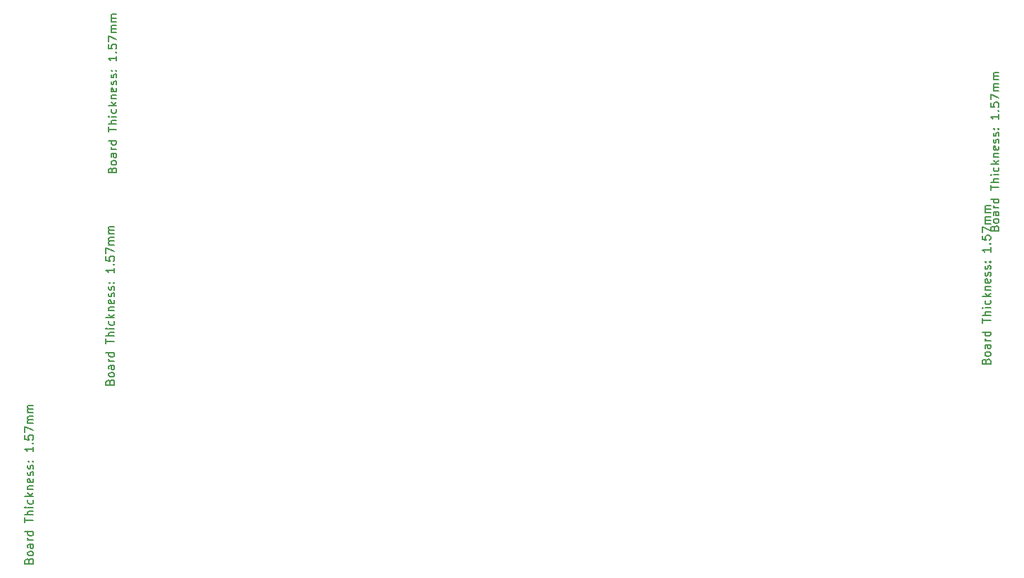
<source format=gbr>
%TF.GenerationSoftware,KiCad,Pcbnew,7.0.7*%
%TF.CreationDate,2023-11-03T16:15:29+00:00*%
%TF.ProjectId,RXLNA,52584c4e-412e-46b6-9963-61645f706362,rev?*%
%TF.SameCoordinates,Original*%
%TF.FileFunction,Other,Comment*%
%FSLAX46Y46*%
G04 Gerber Fmt 4.6, Leading zero omitted, Abs format (unit mm)*
G04 Created by KiCad (PCBNEW 7.0.7) date 2023-11-03 16:15:29*
%MOMM*%
%LPD*%
G01*
G04 APERTURE LIST*
%ADD10C,0.150000*%
G04 APERTURE END LIST*
D10*
X201931009Y-84190476D02*
X201978628Y-84047619D01*
X201978628Y-84047619D02*
X202026247Y-84000000D01*
X202026247Y-84000000D02*
X202121485Y-83952381D01*
X202121485Y-83952381D02*
X202264342Y-83952381D01*
X202264342Y-83952381D02*
X202359580Y-84000000D01*
X202359580Y-84000000D02*
X202407200Y-84047619D01*
X202407200Y-84047619D02*
X202454819Y-84142857D01*
X202454819Y-84142857D02*
X202454819Y-84523809D01*
X202454819Y-84523809D02*
X201454819Y-84523809D01*
X201454819Y-84523809D02*
X201454819Y-84190476D01*
X201454819Y-84190476D02*
X201502438Y-84095238D01*
X201502438Y-84095238D02*
X201550057Y-84047619D01*
X201550057Y-84047619D02*
X201645295Y-84000000D01*
X201645295Y-84000000D02*
X201740533Y-84000000D01*
X201740533Y-84000000D02*
X201835771Y-84047619D01*
X201835771Y-84047619D02*
X201883390Y-84095238D01*
X201883390Y-84095238D02*
X201931009Y-84190476D01*
X201931009Y-84190476D02*
X201931009Y-84523809D01*
X202454819Y-83380952D02*
X202407200Y-83476190D01*
X202407200Y-83476190D02*
X202359580Y-83523809D01*
X202359580Y-83523809D02*
X202264342Y-83571428D01*
X202264342Y-83571428D02*
X201978628Y-83571428D01*
X201978628Y-83571428D02*
X201883390Y-83523809D01*
X201883390Y-83523809D02*
X201835771Y-83476190D01*
X201835771Y-83476190D02*
X201788152Y-83380952D01*
X201788152Y-83380952D02*
X201788152Y-83238095D01*
X201788152Y-83238095D02*
X201835771Y-83142857D01*
X201835771Y-83142857D02*
X201883390Y-83095238D01*
X201883390Y-83095238D02*
X201978628Y-83047619D01*
X201978628Y-83047619D02*
X202264342Y-83047619D01*
X202264342Y-83047619D02*
X202359580Y-83095238D01*
X202359580Y-83095238D02*
X202407200Y-83142857D01*
X202407200Y-83142857D02*
X202454819Y-83238095D01*
X202454819Y-83238095D02*
X202454819Y-83380952D01*
X202454819Y-82190476D02*
X201931009Y-82190476D01*
X201931009Y-82190476D02*
X201835771Y-82238095D01*
X201835771Y-82238095D02*
X201788152Y-82333333D01*
X201788152Y-82333333D02*
X201788152Y-82523809D01*
X201788152Y-82523809D02*
X201835771Y-82619047D01*
X202407200Y-82190476D02*
X202454819Y-82285714D01*
X202454819Y-82285714D02*
X202454819Y-82523809D01*
X202454819Y-82523809D02*
X202407200Y-82619047D01*
X202407200Y-82619047D02*
X202311961Y-82666666D01*
X202311961Y-82666666D02*
X202216723Y-82666666D01*
X202216723Y-82666666D02*
X202121485Y-82619047D01*
X202121485Y-82619047D02*
X202073866Y-82523809D01*
X202073866Y-82523809D02*
X202073866Y-82285714D01*
X202073866Y-82285714D02*
X202026247Y-82190476D01*
X202454819Y-81714285D02*
X201788152Y-81714285D01*
X201978628Y-81714285D02*
X201883390Y-81666666D01*
X201883390Y-81666666D02*
X201835771Y-81619047D01*
X201835771Y-81619047D02*
X201788152Y-81523809D01*
X201788152Y-81523809D02*
X201788152Y-81428571D01*
X202454819Y-80666666D02*
X201454819Y-80666666D01*
X202407200Y-80666666D02*
X202454819Y-80761904D01*
X202454819Y-80761904D02*
X202454819Y-80952380D01*
X202454819Y-80952380D02*
X202407200Y-81047618D01*
X202407200Y-81047618D02*
X202359580Y-81095237D01*
X202359580Y-81095237D02*
X202264342Y-81142856D01*
X202264342Y-81142856D02*
X201978628Y-81142856D01*
X201978628Y-81142856D02*
X201883390Y-81095237D01*
X201883390Y-81095237D02*
X201835771Y-81047618D01*
X201835771Y-81047618D02*
X201788152Y-80952380D01*
X201788152Y-80952380D02*
X201788152Y-80761904D01*
X201788152Y-80761904D02*
X201835771Y-80666666D01*
X201454819Y-79571427D02*
X201454819Y-78999999D01*
X202454819Y-79285713D02*
X201454819Y-79285713D01*
X202454819Y-78666665D02*
X201454819Y-78666665D01*
X202454819Y-78238094D02*
X201931009Y-78238094D01*
X201931009Y-78238094D02*
X201835771Y-78285713D01*
X201835771Y-78285713D02*
X201788152Y-78380951D01*
X201788152Y-78380951D02*
X201788152Y-78523808D01*
X201788152Y-78523808D02*
X201835771Y-78619046D01*
X201835771Y-78619046D02*
X201883390Y-78666665D01*
X202454819Y-77761903D02*
X201788152Y-77761903D01*
X201454819Y-77761903D02*
X201502438Y-77809522D01*
X201502438Y-77809522D02*
X201550057Y-77761903D01*
X201550057Y-77761903D02*
X201502438Y-77714284D01*
X201502438Y-77714284D02*
X201454819Y-77761903D01*
X201454819Y-77761903D02*
X201550057Y-77761903D01*
X202407200Y-76857142D02*
X202454819Y-76952380D01*
X202454819Y-76952380D02*
X202454819Y-77142856D01*
X202454819Y-77142856D02*
X202407200Y-77238094D01*
X202407200Y-77238094D02*
X202359580Y-77285713D01*
X202359580Y-77285713D02*
X202264342Y-77333332D01*
X202264342Y-77333332D02*
X201978628Y-77333332D01*
X201978628Y-77333332D02*
X201883390Y-77285713D01*
X201883390Y-77285713D02*
X201835771Y-77238094D01*
X201835771Y-77238094D02*
X201788152Y-77142856D01*
X201788152Y-77142856D02*
X201788152Y-76952380D01*
X201788152Y-76952380D02*
X201835771Y-76857142D01*
X202454819Y-76428570D02*
X201454819Y-76428570D01*
X202073866Y-76333332D02*
X202454819Y-76047618D01*
X201788152Y-76047618D02*
X202169104Y-76428570D01*
X201788152Y-75619046D02*
X202454819Y-75619046D01*
X201883390Y-75619046D02*
X201835771Y-75571427D01*
X201835771Y-75571427D02*
X201788152Y-75476189D01*
X201788152Y-75476189D02*
X201788152Y-75333332D01*
X201788152Y-75333332D02*
X201835771Y-75238094D01*
X201835771Y-75238094D02*
X201931009Y-75190475D01*
X201931009Y-75190475D02*
X202454819Y-75190475D01*
X202407200Y-74333332D02*
X202454819Y-74428570D01*
X202454819Y-74428570D02*
X202454819Y-74619046D01*
X202454819Y-74619046D02*
X202407200Y-74714284D01*
X202407200Y-74714284D02*
X202311961Y-74761903D01*
X202311961Y-74761903D02*
X201931009Y-74761903D01*
X201931009Y-74761903D02*
X201835771Y-74714284D01*
X201835771Y-74714284D02*
X201788152Y-74619046D01*
X201788152Y-74619046D02*
X201788152Y-74428570D01*
X201788152Y-74428570D02*
X201835771Y-74333332D01*
X201835771Y-74333332D02*
X201931009Y-74285713D01*
X201931009Y-74285713D02*
X202026247Y-74285713D01*
X202026247Y-74285713D02*
X202121485Y-74761903D01*
X202407200Y-73904760D02*
X202454819Y-73809522D01*
X202454819Y-73809522D02*
X202454819Y-73619046D01*
X202454819Y-73619046D02*
X202407200Y-73523808D01*
X202407200Y-73523808D02*
X202311961Y-73476189D01*
X202311961Y-73476189D02*
X202264342Y-73476189D01*
X202264342Y-73476189D02*
X202169104Y-73523808D01*
X202169104Y-73523808D02*
X202121485Y-73619046D01*
X202121485Y-73619046D02*
X202121485Y-73761903D01*
X202121485Y-73761903D02*
X202073866Y-73857141D01*
X202073866Y-73857141D02*
X201978628Y-73904760D01*
X201978628Y-73904760D02*
X201931009Y-73904760D01*
X201931009Y-73904760D02*
X201835771Y-73857141D01*
X201835771Y-73857141D02*
X201788152Y-73761903D01*
X201788152Y-73761903D02*
X201788152Y-73619046D01*
X201788152Y-73619046D02*
X201835771Y-73523808D01*
X202407200Y-73095236D02*
X202454819Y-72999998D01*
X202454819Y-72999998D02*
X202454819Y-72809522D01*
X202454819Y-72809522D02*
X202407200Y-72714284D01*
X202407200Y-72714284D02*
X202311961Y-72666665D01*
X202311961Y-72666665D02*
X202264342Y-72666665D01*
X202264342Y-72666665D02*
X202169104Y-72714284D01*
X202169104Y-72714284D02*
X202121485Y-72809522D01*
X202121485Y-72809522D02*
X202121485Y-72952379D01*
X202121485Y-72952379D02*
X202073866Y-73047617D01*
X202073866Y-73047617D02*
X201978628Y-73095236D01*
X201978628Y-73095236D02*
X201931009Y-73095236D01*
X201931009Y-73095236D02*
X201835771Y-73047617D01*
X201835771Y-73047617D02*
X201788152Y-72952379D01*
X201788152Y-72952379D02*
X201788152Y-72809522D01*
X201788152Y-72809522D02*
X201835771Y-72714284D01*
X202359580Y-72238093D02*
X202407200Y-72190474D01*
X202407200Y-72190474D02*
X202454819Y-72238093D01*
X202454819Y-72238093D02*
X202407200Y-72285712D01*
X202407200Y-72285712D02*
X202359580Y-72238093D01*
X202359580Y-72238093D02*
X202454819Y-72238093D01*
X201835771Y-72238093D02*
X201883390Y-72190474D01*
X201883390Y-72190474D02*
X201931009Y-72238093D01*
X201931009Y-72238093D02*
X201883390Y-72285712D01*
X201883390Y-72285712D02*
X201835771Y-72238093D01*
X201835771Y-72238093D02*
X201931009Y-72238093D01*
X202454819Y-70476189D02*
X202454819Y-71047617D01*
X202454819Y-70761903D02*
X201454819Y-70761903D01*
X201454819Y-70761903D02*
X201597676Y-70857141D01*
X201597676Y-70857141D02*
X201692914Y-70952379D01*
X201692914Y-70952379D02*
X201740533Y-71047617D01*
X202359580Y-70047617D02*
X202407200Y-69999998D01*
X202407200Y-69999998D02*
X202454819Y-70047617D01*
X202454819Y-70047617D02*
X202407200Y-70095236D01*
X202407200Y-70095236D02*
X202359580Y-70047617D01*
X202359580Y-70047617D02*
X202454819Y-70047617D01*
X201454819Y-69095237D02*
X201454819Y-69571427D01*
X201454819Y-69571427D02*
X201931009Y-69619046D01*
X201931009Y-69619046D02*
X201883390Y-69571427D01*
X201883390Y-69571427D02*
X201835771Y-69476189D01*
X201835771Y-69476189D02*
X201835771Y-69238094D01*
X201835771Y-69238094D02*
X201883390Y-69142856D01*
X201883390Y-69142856D02*
X201931009Y-69095237D01*
X201931009Y-69095237D02*
X202026247Y-69047618D01*
X202026247Y-69047618D02*
X202264342Y-69047618D01*
X202264342Y-69047618D02*
X202359580Y-69095237D01*
X202359580Y-69095237D02*
X202407200Y-69142856D01*
X202407200Y-69142856D02*
X202454819Y-69238094D01*
X202454819Y-69238094D02*
X202454819Y-69476189D01*
X202454819Y-69476189D02*
X202407200Y-69571427D01*
X202407200Y-69571427D02*
X202359580Y-69619046D01*
X201454819Y-68714284D02*
X201454819Y-68047618D01*
X201454819Y-68047618D02*
X202454819Y-68476189D01*
X202454819Y-67666665D02*
X201788152Y-67666665D01*
X201883390Y-67666665D02*
X201835771Y-67619046D01*
X201835771Y-67619046D02*
X201788152Y-67523808D01*
X201788152Y-67523808D02*
X201788152Y-67380951D01*
X201788152Y-67380951D02*
X201835771Y-67285713D01*
X201835771Y-67285713D02*
X201931009Y-67238094D01*
X201931009Y-67238094D02*
X202454819Y-67238094D01*
X201931009Y-67238094D02*
X201835771Y-67190475D01*
X201835771Y-67190475D02*
X201788152Y-67095237D01*
X201788152Y-67095237D02*
X201788152Y-66952380D01*
X201788152Y-66952380D02*
X201835771Y-66857141D01*
X201835771Y-66857141D02*
X201931009Y-66809522D01*
X201931009Y-66809522D02*
X202454819Y-66809522D01*
X202454819Y-66333332D02*
X201788152Y-66333332D01*
X201883390Y-66333332D02*
X201835771Y-66285713D01*
X201835771Y-66285713D02*
X201788152Y-66190475D01*
X201788152Y-66190475D02*
X201788152Y-66047618D01*
X201788152Y-66047618D02*
X201835771Y-65952380D01*
X201835771Y-65952380D02*
X201931009Y-65904761D01*
X201931009Y-65904761D02*
X202454819Y-65904761D01*
X201931009Y-65904761D02*
X201835771Y-65857142D01*
X201835771Y-65857142D02*
X201788152Y-65761904D01*
X201788152Y-65761904D02*
X201788152Y-65619047D01*
X201788152Y-65619047D02*
X201835771Y-65523808D01*
X201835771Y-65523808D02*
X201931009Y-65476189D01*
X201931009Y-65476189D02*
X202454819Y-65476189D01*
X95668509Y-102690476D02*
X95716128Y-102547619D01*
X95716128Y-102547619D02*
X95763747Y-102500000D01*
X95763747Y-102500000D02*
X95858985Y-102452381D01*
X95858985Y-102452381D02*
X96001842Y-102452381D01*
X96001842Y-102452381D02*
X96097080Y-102500000D01*
X96097080Y-102500000D02*
X96144700Y-102547619D01*
X96144700Y-102547619D02*
X96192319Y-102642857D01*
X96192319Y-102642857D02*
X96192319Y-103023809D01*
X96192319Y-103023809D02*
X95192319Y-103023809D01*
X95192319Y-103023809D02*
X95192319Y-102690476D01*
X95192319Y-102690476D02*
X95239938Y-102595238D01*
X95239938Y-102595238D02*
X95287557Y-102547619D01*
X95287557Y-102547619D02*
X95382795Y-102500000D01*
X95382795Y-102500000D02*
X95478033Y-102500000D01*
X95478033Y-102500000D02*
X95573271Y-102547619D01*
X95573271Y-102547619D02*
X95620890Y-102595238D01*
X95620890Y-102595238D02*
X95668509Y-102690476D01*
X95668509Y-102690476D02*
X95668509Y-103023809D01*
X96192319Y-101880952D02*
X96144700Y-101976190D01*
X96144700Y-101976190D02*
X96097080Y-102023809D01*
X96097080Y-102023809D02*
X96001842Y-102071428D01*
X96001842Y-102071428D02*
X95716128Y-102071428D01*
X95716128Y-102071428D02*
X95620890Y-102023809D01*
X95620890Y-102023809D02*
X95573271Y-101976190D01*
X95573271Y-101976190D02*
X95525652Y-101880952D01*
X95525652Y-101880952D02*
X95525652Y-101738095D01*
X95525652Y-101738095D02*
X95573271Y-101642857D01*
X95573271Y-101642857D02*
X95620890Y-101595238D01*
X95620890Y-101595238D02*
X95716128Y-101547619D01*
X95716128Y-101547619D02*
X96001842Y-101547619D01*
X96001842Y-101547619D02*
X96097080Y-101595238D01*
X96097080Y-101595238D02*
X96144700Y-101642857D01*
X96144700Y-101642857D02*
X96192319Y-101738095D01*
X96192319Y-101738095D02*
X96192319Y-101880952D01*
X96192319Y-100690476D02*
X95668509Y-100690476D01*
X95668509Y-100690476D02*
X95573271Y-100738095D01*
X95573271Y-100738095D02*
X95525652Y-100833333D01*
X95525652Y-100833333D02*
X95525652Y-101023809D01*
X95525652Y-101023809D02*
X95573271Y-101119047D01*
X96144700Y-100690476D02*
X96192319Y-100785714D01*
X96192319Y-100785714D02*
X96192319Y-101023809D01*
X96192319Y-101023809D02*
X96144700Y-101119047D01*
X96144700Y-101119047D02*
X96049461Y-101166666D01*
X96049461Y-101166666D02*
X95954223Y-101166666D01*
X95954223Y-101166666D02*
X95858985Y-101119047D01*
X95858985Y-101119047D02*
X95811366Y-101023809D01*
X95811366Y-101023809D02*
X95811366Y-100785714D01*
X95811366Y-100785714D02*
X95763747Y-100690476D01*
X96192319Y-100214285D02*
X95525652Y-100214285D01*
X95716128Y-100214285D02*
X95620890Y-100166666D01*
X95620890Y-100166666D02*
X95573271Y-100119047D01*
X95573271Y-100119047D02*
X95525652Y-100023809D01*
X95525652Y-100023809D02*
X95525652Y-99928571D01*
X96192319Y-99166666D02*
X95192319Y-99166666D01*
X96144700Y-99166666D02*
X96192319Y-99261904D01*
X96192319Y-99261904D02*
X96192319Y-99452380D01*
X96192319Y-99452380D02*
X96144700Y-99547618D01*
X96144700Y-99547618D02*
X96097080Y-99595237D01*
X96097080Y-99595237D02*
X96001842Y-99642856D01*
X96001842Y-99642856D02*
X95716128Y-99642856D01*
X95716128Y-99642856D02*
X95620890Y-99595237D01*
X95620890Y-99595237D02*
X95573271Y-99547618D01*
X95573271Y-99547618D02*
X95525652Y-99452380D01*
X95525652Y-99452380D02*
X95525652Y-99261904D01*
X95525652Y-99261904D02*
X95573271Y-99166666D01*
X95192319Y-98071427D02*
X95192319Y-97499999D01*
X96192319Y-97785713D02*
X95192319Y-97785713D01*
X96192319Y-97166665D02*
X95192319Y-97166665D01*
X96192319Y-96738094D02*
X95668509Y-96738094D01*
X95668509Y-96738094D02*
X95573271Y-96785713D01*
X95573271Y-96785713D02*
X95525652Y-96880951D01*
X95525652Y-96880951D02*
X95525652Y-97023808D01*
X95525652Y-97023808D02*
X95573271Y-97119046D01*
X95573271Y-97119046D02*
X95620890Y-97166665D01*
X96192319Y-96261903D02*
X95525652Y-96261903D01*
X95192319Y-96261903D02*
X95239938Y-96309522D01*
X95239938Y-96309522D02*
X95287557Y-96261903D01*
X95287557Y-96261903D02*
X95239938Y-96214284D01*
X95239938Y-96214284D02*
X95192319Y-96261903D01*
X95192319Y-96261903D02*
X95287557Y-96261903D01*
X96144700Y-95357142D02*
X96192319Y-95452380D01*
X96192319Y-95452380D02*
X96192319Y-95642856D01*
X96192319Y-95642856D02*
X96144700Y-95738094D01*
X96144700Y-95738094D02*
X96097080Y-95785713D01*
X96097080Y-95785713D02*
X96001842Y-95833332D01*
X96001842Y-95833332D02*
X95716128Y-95833332D01*
X95716128Y-95833332D02*
X95620890Y-95785713D01*
X95620890Y-95785713D02*
X95573271Y-95738094D01*
X95573271Y-95738094D02*
X95525652Y-95642856D01*
X95525652Y-95642856D02*
X95525652Y-95452380D01*
X95525652Y-95452380D02*
X95573271Y-95357142D01*
X96192319Y-94928570D02*
X95192319Y-94928570D01*
X95811366Y-94833332D02*
X96192319Y-94547618D01*
X95525652Y-94547618D02*
X95906604Y-94928570D01*
X95525652Y-94119046D02*
X96192319Y-94119046D01*
X95620890Y-94119046D02*
X95573271Y-94071427D01*
X95573271Y-94071427D02*
X95525652Y-93976189D01*
X95525652Y-93976189D02*
X95525652Y-93833332D01*
X95525652Y-93833332D02*
X95573271Y-93738094D01*
X95573271Y-93738094D02*
X95668509Y-93690475D01*
X95668509Y-93690475D02*
X96192319Y-93690475D01*
X96144700Y-92833332D02*
X96192319Y-92928570D01*
X96192319Y-92928570D02*
X96192319Y-93119046D01*
X96192319Y-93119046D02*
X96144700Y-93214284D01*
X96144700Y-93214284D02*
X96049461Y-93261903D01*
X96049461Y-93261903D02*
X95668509Y-93261903D01*
X95668509Y-93261903D02*
X95573271Y-93214284D01*
X95573271Y-93214284D02*
X95525652Y-93119046D01*
X95525652Y-93119046D02*
X95525652Y-92928570D01*
X95525652Y-92928570D02*
X95573271Y-92833332D01*
X95573271Y-92833332D02*
X95668509Y-92785713D01*
X95668509Y-92785713D02*
X95763747Y-92785713D01*
X95763747Y-92785713D02*
X95858985Y-93261903D01*
X96144700Y-92404760D02*
X96192319Y-92309522D01*
X96192319Y-92309522D02*
X96192319Y-92119046D01*
X96192319Y-92119046D02*
X96144700Y-92023808D01*
X96144700Y-92023808D02*
X96049461Y-91976189D01*
X96049461Y-91976189D02*
X96001842Y-91976189D01*
X96001842Y-91976189D02*
X95906604Y-92023808D01*
X95906604Y-92023808D02*
X95858985Y-92119046D01*
X95858985Y-92119046D02*
X95858985Y-92261903D01*
X95858985Y-92261903D02*
X95811366Y-92357141D01*
X95811366Y-92357141D02*
X95716128Y-92404760D01*
X95716128Y-92404760D02*
X95668509Y-92404760D01*
X95668509Y-92404760D02*
X95573271Y-92357141D01*
X95573271Y-92357141D02*
X95525652Y-92261903D01*
X95525652Y-92261903D02*
X95525652Y-92119046D01*
X95525652Y-92119046D02*
X95573271Y-92023808D01*
X96144700Y-91595236D02*
X96192319Y-91499998D01*
X96192319Y-91499998D02*
X96192319Y-91309522D01*
X96192319Y-91309522D02*
X96144700Y-91214284D01*
X96144700Y-91214284D02*
X96049461Y-91166665D01*
X96049461Y-91166665D02*
X96001842Y-91166665D01*
X96001842Y-91166665D02*
X95906604Y-91214284D01*
X95906604Y-91214284D02*
X95858985Y-91309522D01*
X95858985Y-91309522D02*
X95858985Y-91452379D01*
X95858985Y-91452379D02*
X95811366Y-91547617D01*
X95811366Y-91547617D02*
X95716128Y-91595236D01*
X95716128Y-91595236D02*
X95668509Y-91595236D01*
X95668509Y-91595236D02*
X95573271Y-91547617D01*
X95573271Y-91547617D02*
X95525652Y-91452379D01*
X95525652Y-91452379D02*
X95525652Y-91309522D01*
X95525652Y-91309522D02*
X95573271Y-91214284D01*
X96097080Y-90738093D02*
X96144700Y-90690474D01*
X96144700Y-90690474D02*
X96192319Y-90738093D01*
X96192319Y-90738093D02*
X96144700Y-90785712D01*
X96144700Y-90785712D02*
X96097080Y-90738093D01*
X96097080Y-90738093D02*
X96192319Y-90738093D01*
X95573271Y-90738093D02*
X95620890Y-90690474D01*
X95620890Y-90690474D02*
X95668509Y-90738093D01*
X95668509Y-90738093D02*
X95620890Y-90785712D01*
X95620890Y-90785712D02*
X95573271Y-90738093D01*
X95573271Y-90738093D02*
X95668509Y-90738093D01*
X96192319Y-88976189D02*
X96192319Y-89547617D01*
X96192319Y-89261903D02*
X95192319Y-89261903D01*
X95192319Y-89261903D02*
X95335176Y-89357141D01*
X95335176Y-89357141D02*
X95430414Y-89452379D01*
X95430414Y-89452379D02*
X95478033Y-89547617D01*
X96097080Y-88547617D02*
X96144700Y-88499998D01*
X96144700Y-88499998D02*
X96192319Y-88547617D01*
X96192319Y-88547617D02*
X96144700Y-88595236D01*
X96144700Y-88595236D02*
X96097080Y-88547617D01*
X96097080Y-88547617D02*
X96192319Y-88547617D01*
X95192319Y-87595237D02*
X95192319Y-88071427D01*
X95192319Y-88071427D02*
X95668509Y-88119046D01*
X95668509Y-88119046D02*
X95620890Y-88071427D01*
X95620890Y-88071427D02*
X95573271Y-87976189D01*
X95573271Y-87976189D02*
X95573271Y-87738094D01*
X95573271Y-87738094D02*
X95620890Y-87642856D01*
X95620890Y-87642856D02*
X95668509Y-87595237D01*
X95668509Y-87595237D02*
X95763747Y-87547618D01*
X95763747Y-87547618D02*
X96001842Y-87547618D01*
X96001842Y-87547618D02*
X96097080Y-87595237D01*
X96097080Y-87595237D02*
X96144700Y-87642856D01*
X96144700Y-87642856D02*
X96192319Y-87738094D01*
X96192319Y-87738094D02*
X96192319Y-87976189D01*
X96192319Y-87976189D02*
X96144700Y-88071427D01*
X96144700Y-88071427D02*
X96097080Y-88119046D01*
X95192319Y-87214284D02*
X95192319Y-86547618D01*
X95192319Y-86547618D02*
X96192319Y-86976189D01*
X96192319Y-86166665D02*
X95525652Y-86166665D01*
X95620890Y-86166665D02*
X95573271Y-86119046D01*
X95573271Y-86119046D02*
X95525652Y-86023808D01*
X95525652Y-86023808D02*
X95525652Y-85880951D01*
X95525652Y-85880951D02*
X95573271Y-85785713D01*
X95573271Y-85785713D02*
X95668509Y-85738094D01*
X95668509Y-85738094D02*
X96192319Y-85738094D01*
X95668509Y-85738094D02*
X95573271Y-85690475D01*
X95573271Y-85690475D02*
X95525652Y-85595237D01*
X95525652Y-85595237D02*
X95525652Y-85452380D01*
X95525652Y-85452380D02*
X95573271Y-85357141D01*
X95573271Y-85357141D02*
X95668509Y-85309522D01*
X95668509Y-85309522D02*
X96192319Y-85309522D01*
X96192319Y-84833332D02*
X95525652Y-84833332D01*
X95620890Y-84833332D02*
X95573271Y-84785713D01*
X95573271Y-84785713D02*
X95525652Y-84690475D01*
X95525652Y-84690475D02*
X95525652Y-84547618D01*
X95525652Y-84547618D02*
X95573271Y-84452380D01*
X95573271Y-84452380D02*
X95668509Y-84404761D01*
X95668509Y-84404761D02*
X96192319Y-84404761D01*
X95668509Y-84404761D02*
X95573271Y-84357142D01*
X95573271Y-84357142D02*
X95525652Y-84261904D01*
X95525652Y-84261904D02*
X95525652Y-84119047D01*
X95525652Y-84119047D02*
X95573271Y-84023808D01*
X95573271Y-84023808D02*
X95668509Y-83976189D01*
X95668509Y-83976189D02*
X96192319Y-83976189D01*
X95931009Y-77190476D02*
X95978628Y-77047619D01*
X95978628Y-77047619D02*
X96026247Y-77000000D01*
X96026247Y-77000000D02*
X96121485Y-76952381D01*
X96121485Y-76952381D02*
X96264342Y-76952381D01*
X96264342Y-76952381D02*
X96359580Y-77000000D01*
X96359580Y-77000000D02*
X96407200Y-77047619D01*
X96407200Y-77047619D02*
X96454819Y-77142857D01*
X96454819Y-77142857D02*
X96454819Y-77523809D01*
X96454819Y-77523809D02*
X95454819Y-77523809D01*
X95454819Y-77523809D02*
X95454819Y-77190476D01*
X95454819Y-77190476D02*
X95502438Y-77095238D01*
X95502438Y-77095238D02*
X95550057Y-77047619D01*
X95550057Y-77047619D02*
X95645295Y-77000000D01*
X95645295Y-77000000D02*
X95740533Y-77000000D01*
X95740533Y-77000000D02*
X95835771Y-77047619D01*
X95835771Y-77047619D02*
X95883390Y-77095238D01*
X95883390Y-77095238D02*
X95931009Y-77190476D01*
X95931009Y-77190476D02*
X95931009Y-77523809D01*
X96454819Y-76380952D02*
X96407200Y-76476190D01*
X96407200Y-76476190D02*
X96359580Y-76523809D01*
X96359580Y-76523809D02*
X96264342Y-76571428D01*
X96264342Y-76571428D02*
X95978628Y-76571428D01*
X95978628Y-76571428D02*
X95883390Y-76523809D01*
X95883390Y-76523809D02*
X95835771Y-76476190D01*
X95835771Y-76476190D02*
X95788152Y-76380952D01*
X95788152Y-76380952D02*
X95788152Y-76238095D01*
X95788152Y-76238095D02*
X95835771Y-76142857D01*
X95835771Y-76142857D02*
X95883390Y-76095238D01*
X95883390Y-76095238D02*
X95978628Y-76047619D01*
X95978628Y-76047619D02*
X96264342Y-76047619D01*
X96264342Y-76047619D02*
X96359580Y-76095238D01*
X96359580Y-76095238D02*
X96407200Y-76142857D01*
X96407200Y-76142857D02*
X96454819Y-76238095D01*
X96454819Y-76238095D02*
X96454819Y-76380952D01*
X96454819Y-75190476D02*
X95931009Y-75190476D01*
X95931009Y-75190476D02*
X95835771Y-75238095D01*
X95835771Y-75238095D02*
X95788152Y-75333333D01*
X95788152Y-75333333D02*
X95788152Y-75523809D01*
X95788152Y-75523809D02*
X95835771Y-75619047D01*
X96407200Y-75190476D02*
X96454819Y-75285714D01*
X96454819Y-75285714D02*
X96454819Y-75523809D01*
X96454819Y-75523809D02*
X96407200Y-75619047D01*
X96407200Y-75619047D02*
X96311961Y-75666666D01*
X96311961Y-75666666D02*
X96216723Y-75666666D01*
X96216723Y-75666666D02*
X96121485Y-75619047D01*
X96121485Y-75619047D02*
X96073866Y-75523809D01*
X96073866Y-75523809D02*
X96073866Y-75285714D01*
X96073866Y-75285714D02*
X96026247Y-75190476D01*
X96454819Y-74714285D02*
X95788152Y-74714285D01*
X95978628Y-74714285D02*
X95883390Y-74666666D01*
X95883390Y-74666666D02*
X95835771Y-74619047D01*
X95835771Y-74619047D02*
X95788152Y-74523809D01*
X95788152Y-74523809D02*
X95788152Y-74428571D01*
X96454819Y-73666666D02*
X95454819Y-73666666D01*
X96407200Y-73666666D02*
X96454819Y-73761904D01*
X96454819Y-73761904D02*
X96454819Y-73952380D01*
X96454819Y-73952380D02*
X96407200Y-74047618D01*
X96407200Y-74047618D02*
X96359580Y-74095237D01*
X96359580Y-74095237D02*
X96264342Y-74142856D01*
X96264342Y-74142856D02*
X95978628Y-74142856D01*
X95978628Y-74142856D02*
X95883390Y-74095237D01*
X95883390Y-74095237D02*
X95835771Y-74047618D01*
X95835771Y-74047618D02*
X95788152Y-73952380D01*
X95788152Y-73952380D02*
X95788152Y-73761904D01*
X95788152Y-73761904D02*
X95835771Y-73666666D01*
X95454819Y-72571427D02*
X95454819Y-71999999D01*
X96454819Y-72285713D02*
X95454819Y-72285713D01*
X96454819Y-71666665D02*
X95454819Y-71666665D01*
X96454819Y-71238094D02*
X95931009Y-71238094D01*
X95931009Y-71238094D02*
X95835771Y-71285713D01*
X95835771Y-71285713D02*
X95788152Y-71380951D01*
X95788152Y-71380951D02*
X95788152Y-71523808D01*
X95788152Y-71523808D02*
X95835771Y-71619046D01*
X95835771Y-71619046D02*
X95883390Y-71666665D01*
X96454819Y-70761903D02*
X95788152Y-70761903D01*
X95454819Y-70761903D02*
X95502438Y-70809522D01*
X95502438Y-70809522D02*
X95550057Y-70761903D01*
X95550057Y-70761903D02*
X95502438Y-70714284D01*
X95502438Y-70714284D02*
X95454819Y-70761903D01*
X95454819Y-70761903D02*
X95550057Y-70761903D01*
X96407200Y-69857142D02*
X96454819Y-69952380D01*
X96454819Y-69952380D02*
X96454819Y-70142856D01*
X96454819Y-70142856D02*
X96407200Y-70238094D01*
X96407200Y-70238094D02*
X96359580Y-70285713D01*
X96359580Y-70285713D02*
X96264342Y-70333332D01*
X96264342Y-70333332D02*
X95978628Y-70333332D01*
X95978628Y-70333332D02*
X95883390Y-70285713D01*
X95883390Y-70285713D02*
X95835771Y-70238094D01*
X95835771Y-70238094D02*
X95788152Y-70142856D01*
X95788152Y-70142856D02*
X95788152Y-69952380D01*
X95788152Y-69952380D02*
X95835771Y-69857142D01*
X96454819Y-69428570D02*
X95454819Y-69428570D01*
X96073866Y-69333332D02*
X96454819Y-69047618D01*
X95788152Y-69047618D02*
X96169104Y-69428570D01*
X95788152Y-68619046D02*
X96454819Y-68619046D01*
X95883390Y-68619046D02*
X95835771Y-68571427D01*
X95835771Y-68571427D02*
X95788152Y-68476189D01*
X95788152Y-68476189D02*
X95788152Y-68333332D01*
X95788152Y-68333332D02*
X95835771Y-68238094D01*
X95835771Y-68238094D02*
X95931009Y-68190475D01*
X95931009Y-68190475D02*
X96454819Y-68190475D01*
X96407200Y-67333332D02*
X96454819Y-67428570D01*
X96454819Y-67428570D02*
X96454819Y-67619046D01*
X96454819Y-67619046D02*
X96407200Y-67714284D01*
X96407200Y-67714284D02*
X96311961Y-67761903D01*
X96311961Y-67761903D02*
X95931009Y-67761903D01*
X95931009Y-67761903D02*
X95835771Y-67714284D01*
X95835771Y-67714284D02*
X95788152Y-67619046D01*
X95788152Y-67619046D02*
X95788152Y-67428570D01*
X95788152Y-67428570D02*
X95835771Y-67333332D01*
X95835771Y-67333332D02*
X95931009Y-67285713D01*
X95931009Y-67285713D02*
X96026247Y-67285713D01*
X96026247Y-67285713D02*
X96121485Y-67761903D01*
X96407200Y-66904760D02*
X96454819Y-66809522D01*
X96454819Y-66809522D02*
X96454819Y-66619046D01*
X96454819Y-66619046D02*
X96407200Y-66523808D01*
X96407200Y-66523808D02*
X96311961Y-66476189D01*
X96311961Y-66476189D02*
X96264342Y-66476189D01*
X96264342Y-66476189D02*
X96169104Y-66523808D01*
X96169104Y-66523808D02*
X96121485Y-66619046D01*
X96121485Y-66619046D02*
X96121485Y-66761903D01*
X96121485Y-66761903D02*
X96073866Y-66857141D01*
X96073866Y-66857141D02*
X95978628Y-66904760D01*
X95978628Y-66904760D02*
X95931009Y-66904760D01*
X95931009Y-66904760D02*
X95835771Y-66857141D01*
X95835771Y-66857141D02*
X95788152Y-66761903D01*
X95788152Y-66761903D02*
X95788152Y-66619046D01*
X95788152Y-66619046D02*
X95835771Y-66523808D01*
X96407200Y-66095236D02*
X96454819Y-65999998D01*
X96454819Y-65999998D02*
X96454819Y-65809522D01*
X96454819Y-65809522D02*
X96407200Y-65714284D01*
X96407200Y-65714284D02*
X96311961Y-65666665D01*
X96311961Y-65666665D02*
X96264342Y-65666665D01*
X96264342Y-65666665D02*
X96169104Y-65714284D01*
X96169104Y-65714284D02*
X96121485Y-65809522D01*
X96121485Y-65809522D02*
X96121485Y-65952379D01*
X96121485Y-65952379D02*
X96073866Y-66047617D01*
X96073866Y-66047617D02*
X95978628Y-66095236D01*
X95978628Y-66095236D02*
X95931009Y-66095236D01*
X95931009Y-66095236D02*
X95835771Y-66047617D01*
X95835771Y-66047617D02*
X95788152Y-65952379D01*
X95788152Y-65952379D02*
X95788152Y-65809522D01*
X95788152Y-65809522D02*
X95835771Y-65714284D01*
X96359580Y-65238093D02*
X96407200Y-65190474D01*
X96407200Y-65190474D02*
X96454819Y-65238093D01*
X96454819Y-65238093D02*
X96407200Y-65285712D01*
X96407200Y-65285712D02*
X96359580Y-65238093D01*
X96359580Y-65238093D02*
X96454819Y-65238093D01*
X95835771Y-65238093D02*
X95883390Y-65190474D01*
X95883390Y-65190474D02*
X95931009Y-65238093D01*
X95931009Y-65238093D02*
X95883390Y-65285712D01*
X95883390Y-65285712D02*
X95835771Y-65238093D01*
X95835771Y-65238093D02*
X95931009Y-65238093D01*
X96454819Y-63476189D02*
X96454819Y-64047617D01*
X96454819Y-63761903D02*
X95454819Y-63761903D01*
X95454819Y-63761903D02*
X95597676Y-63857141D01*
X95597676Y-63857141D02*
X95692914Y-63952379D01*
X95692914Y-63952379D02*
X95740533Y-64047617D01*
X96359580Y-63047617D02*
X96407200Y-62999998D01*
X96407200Y-62999998D02*
X96454819Y-63047617D01*
X96454819Y-63047617D02*
X96407200Y-63095236D01*
X96407200Y-63095236D02*
X96359580Y-63047617D01*
X96359580Y-63047617D02*
X96454819Y-63047617D01*
X95454819Y-62095237D02*
X95454819Y-62571427D01*
X95454819Y-62571427D02*
X95931009Y-62619046D01*
X95931009Y-62619046D02*
X95883390Y-62571427D01*
X95883390Y-62571427D02*
X95835771Y-62476189D01*
X95835771Y-62476189D02*
X95835771Y-62238094D01*
X95835771Y-62238094D02*
X95883390Y-62142856D01*
X95883390Y-62142856D02*
X95931009Y-62095237D01*
X95931009Y-62095237D02*
X96026247Y-62047618D01*
X96026247Y-62047618D02*
X96264342Y-62047618D01*
X96264342Y-62047618D02*
X96359580Y-62095237D01*
X96359580Y-62095237D02*
X96407200Y-62142856D01*
X96407200Y-62142856D02*
X96454819Y-62238094D01*
X96454819Y-62238094D02*
X96454819Y-62476189D01*
X96454819Y-62476189D02*
X96407200Y-62571427D01*
X96407200Y-62571427D02*
X96359580Y-62619046D01*
X95454819Y-61714284D02*
X95454819Y-61047618D01*
X95454819Y-61047618D02*
X96454819Y-61476189D01*
X96454819Y-60666665D02*
X95788152Y-60666665D01*
X95883390Y-60666665D02*
X95835771Y-60619046D01*
X95835771Y-60619046D02*
X95788152Y-60523808D01*
X95788152Y-60523808D02*
X95788152Y-60380951D01*
X95788152Y-60380951D02*
X95835771Y-60285713D01*
X95835771Y-60285713D02*
X95931009Y-60238094D01*
X95931009Y-60238094D02*
X96454819Y-60238094D01*
X95931009Y-60238094D02*
X95835771Y-60190475D01*
X95835771Y-60190475D02*
X95788152Y-60095237D01*
X95788152Y-60095237D02*
X95788152Y-59952380D01*
X95788152Y-59952380D02*
X95835771Y-59857141D01*
X95835771Y-59857141D02*
X95931009Y-59809522D01*
X95931009Y-59809522D02*
X96454819Y-59809522D01*
X96454819Y-59333332D02*
X95788152Y-59333332D01*
X95883390Y-59333332D02*
X95835771Y-59285713D01*
X95835771Y-59285713D02*
X95788152Y-59190475D01*
X95788152Y-59190475D02*
X95788152Y-59047618D01*
X95788152Y-59047618D02*
X95835771Y-58952380D01*
X95835771Y-58952380D02*
X95931009Y-58904761D01*
X95931009Y-58904761D02*
X96454819Y-58904761D01*
X95931009Y-58904761D02*
X95835771Y-58857142D01*
X95835771Y-58857142D02*
X95788152Y-58761904D01*
X95788152Y-58761904D02*
X95788152Y-58619047D01*
X95788152Y-58619047D02*
X95835771Y-58523808D01*
X95835771Y-58523808D02*
X95931009Y-58476189D01*
X95931009Y-58476189D02*
X96454819Y-58476189D01*
X200931009Y-100190476D02*
X200978628Y-100047619D01*
X200978628Y-100047619D02*
X201026247Y-100000000D01*
X201026247Y-100000000D02*
X201121485Y-99952381D01*
X201121485Y-99952381D02*
X201264342Y-99952381D01*
X201264342Y-99952381D02*
X201359580Y-100000000D01*
X201359580Y-100000000D02*
X201407200Y-100047619D01*
X201407200Y-100047619D02*
X201454819Y-100142857D01*
X201454819Y-100142857D02*
X201454819Y-100523809D01*
X201454819Y-100523809D02*
X200454819Y-100523809D01*
X200454819Y-100523809D02*
X200454819Y-100190476D01*
X200454819Y-100190476D02*
X200502438Y-100095238D01*
X200502438Y-100095238D02*
X200550057Y-100047619D01*
X200550057Y-100047619D02*
X200645295Y-100000000D01*
X200645295Y-100000000D02*
X200740533Y-100000000D01*
X200740533Y-100000000D02*
X200835771Y-100047619D01*
X200835771Y-100047619D02*
X200883390Y-100095238D01*
X200883390Y-100095238D02*
X200931009Y-100190476D01*
X200931009Y-100190476D02*
X200931009Y-100523809D01*
X201454819Y-99380952D02*
X201407200Y-99476190D01*
X201407200Y-99476190D02*
X201359580Y-99523809D01*
X201359580Y-99523809D02*
X201264342Y-99571428D01*
X201264342Y-99571428D02*
X200978628Y-99571428D01*
X200978628Y-99571428D02*
X200883390Y-99523809D01*
X200883390Y-99523809D02*
X200835771Y-99476190D01*
X200835771Y-99476190D02*
X200788152Y-99380952D01*
X200788152Y-99380952D02*
X200788152Y-99238095D01*
X200788152Y-99238095D02*
X200835771Y-99142857D01*
X200835771Y-99142857D02*
X200883390Y-99095238D01*
X200883390Y-99095238D02*
X200978628Y-99047619D01*
X200978628Y-99047619D02*
X201264342Y-99047619D01*
X201264342Y-99047619D02*
X201359580Y-99095238D01*
X201359580Y-99095238D02*
X201407200Y-99142857D01*
X201407200Y-99142857D02*
X201454819Y-99238095D01*
X201454819Y-99238095D02*
X201454819Y-99380952D01*
X201454819Y-98190476D02*
X200931009Y-98190476D01*
X200931009Y-98190476D02*
X200835771Y-98238095D01*
X200835771Y-98238095D02*
X200788152Y-98333333D01*
X200788152Y-98333333D02*
X200788152Y-98523809D01*
X200788152Y-98523809D02*
X200835771Y-98619047D01*
X201407200Y-98190476D02*
X201454819Y-98285714D01*
X201454819Y-98285714D02*
X201454819Y-98523809D01*
X201454819Y-98523809D02*
X201407200Y-98619047D01*
X201407200Y-98619047D02*
X201311961Y-98666666D01*
X201311961Y-98666666D02*
X201216723Y-98666666D01*
X201216723Y-98666666D02*
X201121485Y-98619047D01*
X201121485Y-98619047D02*
X201073866Y-98523809D01*
X201073866Y-98523809D02*
X201073866Y-98285714D01*
X201073866Y-98285714D02*
X201026247Y-98190476D01*
X201454819Y-97714285D02*
X200788152Y-97714285D01*
X200978628Y-97714285D02*
X200883390Y-97666666D01*
X200883390Y-97666666D02*
X200835771Y-97619047D01*
X200835771Y-97619047D02*
X200788152Y-97523809D01*
X200788152Y-97523809D02*
X200788152Y-97428571D01*
X201454819Y-96666666D02*
X200454819Y-96666666D01*
X201407200Y-96666666D02*
X201454819Y-96761904D01*
X201454819Y-96761904D02*
X201454819Y-96952380D01*
X201454819Y-96952380D02*
X201407200Y-97047618D01*
X201407200Y-97047618D02*
X201359580Y-97095237D01*
X201359580Y-97095237D02*
X201264342Y-97142856D01*
X201264342Y-97142856D02*
X200978628Y-97142856D01*
X200978628Y-97142856D02*
X200883390Y-97095237D01*
X200883390Y-97095237D02*
X200835771Y-97047618D01*
X200835771Y-97047618D02*
X200788152Y-96952380D01*
X200788152Y-96952380D02*
X200788152Y-96761904D01*
X200788152Y-96761904D02*
X200835771Y-96666666D01*
X200454819Y-95571427D02*
X200454819Y-94999999D01*
X201454819Y-95285713D02*
X200454819Y-95285713D01*
X201454819Y-94666665D02*
X200454819Y-94666665D01*
X201454819Y-94238094D02*
X200931009Y-94238094D01*
X200931009Y-94238094D02*
X200835771Y-94285713D01*
X200835771Y-94285713D02*
X200788152Y-94380951D01*
X200788152Y-94380951D02*
X200788152Y-94523808D01*
X200788152Y-94523808D02*
X200835771Y-94619046D01*
X200835771Y-94619046D02*
X200883390Y-94666665D01*
X201454819Y-93761903D02*
X200788152Y-93761903D01*
X200454819Y-93761903D02*
X200502438Y-93809522D01*
X200502438Y-93809522D02*
X200550057Y-93761903D01*
X200550057Y-93761903D02*
X200502438Y-93714284D01*
X200502438Y-93714284D02*
X200454819Y-93761903D01*
X200454819Y-93761903D02*
X200550057Y-93761903D01*
X201407200Y-92857142D02*
X201454819Y-92952380D01*
X201454819Y-92952380D02*
X201454819Y-93142856D01*
X201454819Y-93142856D02*
X201407200Y-93238094D01*
X201407200Y-93238094D02*
X201359580Y-93285713D01*
X201359580Y-93285713D02*
X201264342Y-93333332D01*
X201264342Y-93333332D02*
X200978628Y-93333332D01*
X200978628Y-93333332D02*
X200883390Y-93285713D01*
X200883390Y-93285713D02*
X200835771Y-93238094D01*
X200835771Y-93238094D02*
X200788152Y-93142856D01*
X200788152Y-93142856D02*
X200788152Y-92952380D01*
X200788152Y-92952380D02*
X200835771Y-92857142D01*
X201454819Y-92428570D02*
X200454819Y-92428570D01*
X201073866Y-92333332D02*
X201454819Y-92047618D01*
X200788152Y-92047618D02*
X201169104Y-92428570D01*
X200788152Y-91619046D02*
X201454819Y-91619046D01*
X200883390Y-91619046D02*
X200835771Y-91571427D01*
X200835771Y-91571427D02*
X200788152Y-91476189D01*
X200788152Y-91476189D02*
X200788152Y-91333332D01*
X200788152Y-91333332D02*
X200835771Y-91238094D01*
X200835771Y-91238094D02*
X200931009Y-91190475D01*
X200931009Y-91190475D02*
X201454819Y-91190475D01*
X201407200Y-90333332D02*
X201454819Y-90428570D01*
X201454819Y-90428570D02*
X201454819Y-90619046D01*
X201454819Y-90619046D02*
X201407200Y-90714284D01*
X201407200Y-90714284D02*
X201311961Y-90761903D01*
X201311961Y-90761903D02*
X200931009Y-90761903D01*
X200931009Y-90761903D02*
X200835771Y-90714284D01*
X200835771Y-90714284D02*
X200788152Y-90619046D01*
X200788152Y-90619046D02*
X200788152Y-90428570D01*
X200788152Y-90428570D02*
X200835771Y-90333332D01*
X200835771Y-90333332D02*
X200931009Y-90285713D01*
X200931009Y-90285713D02*
X201026247Y-90285713D01*
X201026247Y-90285713D02*
X201121485Y-90761903D01*
X201407200Y-89904760D02*
X201454819Y-89809522D01*
X201454819Y-89809522D02*
X201454819Y-89619046D01*
X201454819Y-89619046D02*
X201407200Y-89523808D01*
X201407200Y-89523808D02*
X201311961Y-89476189D01*
X201311961Y-89476189D02*
X201264342Y-89476189D01*
X201264342Y-89476189D02*
X201169104Y-89523808D01*
X201169104Y-89523808D02*
X201121485Y-89619046D01*
X201121485Y-89619046D02*
X201121485Y-89761903D01*
X201121485Y-89761903D02*
X201073866Y-89857141D01*
X201073866Y-89857141D02*
X200978628Y-89904760D01*
X200978628Y-89904760D02*
X200931009Y-89904760D01*
X200931009Y-89904760D02*
X200835771Y-89857141D01*
X200835771Y-89857141D02*
X200788152Y-89761903D01*
X200788152Y-89761903D02*
X200788152Y-89619046D01*
X200788152Y-89619046D02*
X200835771Y-89523808D01*
X201407200Y-89095236D02*
X201454819Y-88999998D01*
X201454819Y-88999998D02*
X201454819Y-88809522D01*
X201454819Y-88809522D02*
X201407200Y-88714284D01*
X201407200Y-88714284D02*
X201311961Y-88666665D01*
X201311961Y-88666665D02*
X201264342Y-88666665D01*
X201264342Y-88666665D02*
X201169104Y-88714284D01*
X201169104Y-88714284D02*
X201121485Y-88809522D01*
X201121485Y-88809522D02*
X201121485Y-88952379D01*
X201121485Y-88952379D02*
X201073866Y-89047617D01*
X201073866Y-89047617D02*
X200978628Y-89095236D01*
X200978628Y-89095236D02*
X200931009Y-89095236D01*
X200931009Y-89095236D02*
X200835771Y-89047617D01*
X200835771Y-89047617D02*
X200788152Y-88952379D01*
X200788152Y-88952379D02*
X200788152Y-88809522D01*
X200788152Y-88809522D02*
X200835771Y-88714284D01*
X201359580Y-88238093D02*
X201407200Y-88190474D01*
X201407200Y-88190474D02*
X201454819Y-88238093D01*
X201454819Y-88238093D02*
X201407200Y-88285712D01*
X201407200Y-88285712D02*
X201359580Y-88238093D01*
X201359580Y-88238093D02*
X201454819Y-88238093D01*
X200835771Y-88238093D02*
X200883390Y-88190474D01*
X200883390Y-88190474D02*
X200931009Y-88238093D01*
X200931009Y-88238093D02*
X200883390Y-88285712D01*
X200883390Y-88285712D02*
X200835771Y-88238093D01*
X200835771Y-88238093D02*
X200931009Y-88238093D01*
X201454819Y-86476189D02*
X201454819Y-87047617D01*
X201454819Y-86761903D02*
X200454819Y-86761903D01*
X200454819Y-86761903D02*
X200597676Y-86857141D01*
X200597676Y-86857141D02*
X200692914Y-86952379D01*
X200692914Y-86952379D02*
X200740533Y-87047617D01*
X201359580Y-86047617D02*
X201407200Y-85999998D01*
X201407200Y-85999998D02*
X201454819Y-86047617D01*
X201454819Y-86047617D02*
X201407200Y-86095236D01*
X201407200Y-86095236D02*
X201359580Y-86047617D01*
X201359580Y-86047617D02*
X201454819Y-86047617D01*
X200454819Y-85095237D02*
X200454819Y-85571427D01*
X200454819Y-85571427D02*
X200931009Y-85619046D01*
X200931009Y-85619046D02*
X200883390Y-85571427D01*
X200883390Y-85571427D02*
X200835771Y-85476189D01*
X200835771Y-85476189D02*
X200835771Y-85238094D01*
X200835771Y-85238094D02*
X200883390Y-85142856D01*
X200883390Y-85142856D02*
X200931009Y-85095237D01*
X200931009Y-85095237D02*
X201026247Y-85047618D01*
X201026247Y-85047618D02*
X201264342Y-85047618D01*
X201264342Y-85047618D02*
X201359580Y-85095237D01*
X201359580Y-85095237D02*
X201407200Y-85142856D01*
X201407200Y-85142856D02*
X201454819Y-85238094D01*
X201454819Y-85238094D02*
X201454819Y-85476189D01*
X201454819Y-85476189D02*
X201407200Y-85571427D01*
X201407200Y-85571427D02*
X201359580Y-85619046D01*
X200454819Y-84714284D02*
X200454819Y-84047618D01*
X200454819Y-84047618D02*
X201454819Y-84476189D01*
X201454819Y-83666665D02*
X200788152Y-83666665D01*
X200883390Y-83666665D02*
X200835771Y-83619046D01*
X200835771Y-83619046D02*
X200788152Y-83523808D01*
X200788152Y-83523808D02*
X200788152Y-83380951D01*
X200788152Y-83380951D02*
X200835771Y-83285713D01*
X200835771Y-83285713D02*
X200931009Y-83238094D01*
X200931009Y-83238094D02*
X201454819Y-83238094D01*
X200931009Y-83238094D02*
X200835771Y-83190475D01*
X200835771Y-83190475D02*
X200788152Y-83095237D01*
X200788152Y-83095237D02*
X200788152Y-82952380D01*
X200788152Y-82952380D02*
X200835771Y-82857141D01*
X200835771Y-82857141D02*
X200931009Y-82809522D01*
X200931009Y-82809522D02*
X201454819Y-82809522D01*
X201454819Y-82333332D02*
X200788152Y-82333332D01*
X200883390Y-82333332D02*
X200835771Y-82285713D01*
X200835771Y-82285713D02*
X200788152Y-82190475D01*
X200788152Y-82190475D02*
X200788152Y-82047618D01*
X200788152Y-82047618D02*
X200835771Y-81952380D01*
X200835771Y-81952380D02*
X200931009Y-81904761D01*
X200931009Y-81904761D02*
X201454819Y-81904761D01*
X200931009Y-81904761D02*
X200835771Y-81857142D01*
X200835771Y-81857142D02*
X200788152Y-81761904D01*
X200788152Y-81761904D02*
X200788152Y-81619047D01*
X200788152Y-81619047D02*
X200835771Y-81523808D01*
X200835771Y-81523808D02*
X200931009Y-81476189D01*
X200931009Y-81476189D02*
X201454819Y-81476189D01*
X85931009Y-124190476D02*
X85978628Y-124047619D01*
X85978628Y-124047619D02*
X86026247Y-124000000D01*
X86026247Y-124000000D02*
X86121485Y-123952381D01*
X86121485Y-123952381D02*
X86264342Y-123952381D01*
X86264342Y-123952381D02*
X86359580Y-124000000D01*
X86359580Y-124000000D02*
X86407200Y-124047619D01*
X86407200Y-124047619D02*
X86454819Y-124142857D01*
X86454819Y-124142857D02*
X86454819Y-124523809D01*
X86454819Y-124523809D02*
X85454819Y-124523809D01*
X85454819Y-124523809D02*
X85454819Y-124190476D01*
X85454819Y-124190476D02*
X85502438Y-124095238D01*
X85502438Y-124095238D02*
X85550057Y-124047619D01*
X85550057Y-124047619D02*
X85645295Y-124000000D01*
X85645295Y-124000000D02*
X85740533Y-124000000D01*
X85740533Y-124000000D02*
X85835771Y-124047619D01*
X85835771Y-124047619D02*
X85883390Y-124095238D01*
X85883390Y-124095238D02*
X85931009Y-124190476D01*
X85931009Y-124190476D02*
X85931009Y-124523809D01*
X86454819Y-123380952D02*
X86407200Y-123476190D01*
X86407200Y-123476190D02*
X86359580Y-123523809D01*
X86359580Y-123523809D02*
X86264342Y-123571428D01*
X86264342Y-123571428D02*
X85978628Y-123571428D01*
X85978628Y-123571428D02*
X85883390Y-123523809D01*
X85883390Y-123523809D02*
X85835771Y-123476190D01*
X85835771Y-123476190D02*
X85788152Y-123380952D01*
X85788152Y-123380952D02*
X85788152Y-123238095D01*
X85788152Y-123238095D02*
X85835771Y-123142857D01*
X85835771Y-123142857D02*
X85883390Y-123095238D01*
X85883390Y-123095238D02*
X85978628Y-123047619D01*
X85978628Y-123047619D02*
X86264342Y-123047619D01*
X86264342Y-123047619D02*
X86359580Y-123095238D01*
X86359580Y-123095238D02*
X86407200Y-123142857D01*
X86407200Y-123142857D02*
X86454819Y-123238095D01*
X86454819Y-123238095D02*
X86454819Y-123380952D01*
X86454819Y-122190476D02*
X85931009Y-122190476D01*
X85931009Y-122190476D02*
X85835771Y-122238095D01*
X85835771Y-122238095D02*
X85788152Y-122333333D01*
X85788152Y-122333333D02*
X85788152Y-122523809D01*
X85788152Y-122523809D02*
X85835771Y-122619047D01*
X86407200Y-122190476D02*
X86454819Y-122285714D01*
X86454819Y-122285714D02*
X86454819Y-122523809D01*
X86454819Y-122523809D02*
X86407200Y-122619047D01*
X86407200Y-122619047D02*
X86311961Y-122666666D01*
X86311961Y-122666666D02*
X86216723Y-122666666D01*
X86216723Y-122666666D02*
X86121485Y-122619047D01*
X86121485Y-122619047D02*
X86073866Y-122523809D01*
X86073866Y-122523809D02*
X86073866Y-122285714D01*
X86073866Y-122285714D02*
X86026247Y-122190476D01*
X86454819Y-121714285D02*
X85788152Y-121714285D01*
X85978628Y-121714285D02*
X85883390Y-121666666D01*
X85883390Y-121666666D02*
X85835771Y-121619047D01*
X85835771Y-121619047D02*
X85788152Y-121523809D01*
X85788152Y-121523809D02*
X85788152Y-121428571D01*
X86454819Y-120666666D02*
X85454819Y-120666666D01*
X86407200Y-120666666D02*
X86454819Y-120761904D01*
X86454819Y-120761904D02*
X86454819Y-120952380D01*
X86454819Y-120952380D02*
X86407200Y-121047618D01*
X86407200Y-121047618D02*
X86359580Y-121095237D01*
X86359580Y-121095237D02*
X86264342Y-121142856D01*
X86264342Y-121142856D02*
X85978628Y-121142856D01*
X85978628Y-121142856D02*
X85883390Y-121095237D01*
X85883390Y-121095237D02*
X85835771Y-121047618D01*
X85835771Y-121047618D02*
X85788152Y-120952380D01*
X85788152Y-120952380D02*
X85788152Y-120761904D01*
X85788152Y-120761904D02*
X85835771Y-120666666D01*
X85454819Y-119571427D02*
X85454819Y-118999999D01*
X86454819Y-119285713D02*
X85454819Y-119285713D01*
X86454819Y-118666665D02*
X85454819Y-118666665D01*
X86454819Y-118238094D02*
X85931009Y-118238094D01*
X85931009Y-118238094D02*
X85835771Y-118285713D01*
X85835771Y-118285713D02*
X85788152Y-118380951D01*
X85788152Y-118380951D02*
X85788152Y-118523808D01*
X85788152Y-118523808D02*
X85835771Y-118619046D01*
X85835771Y-118619046D02*
X85883390Y-118666665D01*
X86454819Y-117761903D02*
X85788152Y-117761903D01*
X85454819Y-117761903D02*
X85502438Y-117809522D01*
X85502438Y-117809522D02*
X85550057Y-117761903D01*
X85550057Y-117761903D02*
X85502438Y-117714284D01*
X85502438Y-117714284D02*
X85454819Y-117761903D01*
X85454819Y-117761903D02*
X85550057Y-117761903D01*
X86407200Y-116857142D02*
X86454819Y-116952380D01*
X86454819Y-116952380D02*
X86454819Y-117142856D01*
X86454819Y-117142856D02*
X86407200Y-117238094D01*
X86407200Y-117238094D02*
X86359580Y-117285713D01*
X86359580Y-117285713D02*
X86264342Y-117333332D01*
X86264342Y-117333332D02*
X85978628Y-117333332D01*
X85978628Y-117333332D02*
X85883390Y-117285713D01*
X85883390Y-117285713D02*
X85835771Y-117238094D01*
X85835771Y-117238094D02*
X85788152Y-117142856D01*
X85788152Y-117142856D02*
X85788152Y-116952380D01*
X85788152Y-116952380D02*
X85835771Y-116857142D01*
X86454819Y-116428570D02*
X85454819Y-116428570D01*
X86073866Y-116333332D02*
X86454819Y-116047618D01*
X85788152Y-116047618D02*
X86169104Y-116428570D01*
X85788152Y-115619046D02*
X86454819Y-115619046D01*
X85883390Y-115619046D02*
X85835771Y-115571427D01*
X85835771Y-115571427D02*
X85788152Y-115476189D01*
X85788152Y-115476189D02*
X85788152Y-115333332D01*
X85788152Y-115333332D02*
X85835771Y-115238094D01*
X85835771Y-115238094D02*
X85931009Y-115190475D01*
X85931009Y-115190475D02*
X86454819Y-115190475D01*
X86407200Y-114333332D02*
X86454819Y-114428570D01*
X86454819Y-114428570D02*
X86454819Y-114619046D01*
X86454819Y-114619046D02*
X86407200Y-114714284D01*
X86407200Y-114714284D02*
X86311961Y-114761903D01*
X86311961Y-114761903D02*
X85931009Y-114761903D01*
X85931009Y-114761903D02*
X85835771Y-114714284D01*
X85835771Y-114714284D02*
X85788152Y-114619046D01*
X85788152Y-114619046D02*
X85788152Y-114428570D01*
X85788152Y-114428570D02*
X85835771Y-114333332D01*
X85835771Y-114333332D02*
X85931009Y-114285713D01*
X85931009Y-114285713D02*
X86026247Y-114285713D01*
X86026247Y-114285713D02*
X86121485Y-114761903D01*
X86407200Y-113904760D02*
X86454819Y-113809522D01*
X86454819Y-113809522D02*
X86454819Y-113619046D01*
X86454819Y-113619046D02*
X86407200Y-113523808D01*
X86407200Y-113523808D02*
X86311961Y-113476189D01*
X86311961Y-113476189D02*
X86264342Y-113476189D01*
X86264342Y-113476189D02*
X86169104Y-113523808D01*
X86169104Y-113523808D02*
X86121485Y-113619046D01*
X86121485Y-113619046D02*
X86121485Y-113761903D01*
X86121485Y-113761903D02*
X86073866Y-113857141D01*
X86073866Y-113857141D02*
X85978628Y-113904760D01*
X85978628Y-113904760D02*
X85931009Y-113904760D01*
X85931009Y-113904760D02*
X85835771Y-113857141D01*
X85835771Y-113857141D02*
X85788152Y-113761903D01*
X85788152Y-113761903D02*
X85788152Y-113619046D01*
X85788152Y-113619046D02*
X85835771Y-113523808D01*
X86407200Y-113095236D02*
X86454819Y-112999998D01*
X86454819Y-112999998D02*
X86454819Y-112809522D01*
X86454819Y-112809522D02*
X86407200Y-112714284D01*
X86407200Y-112714284D02*
X86311961Y-112666665D01*
X86311961Y-112666665D02*
X86264342Y-112666665D01*
X86264342Y-112666665D02*
X86169104Y-112714284D01*
X86169104Y-112714284D02*
X86121485Y-112809522D01*
X86121485Y-112809522D02*
X86121485Y-112952379D01*
X86121485Y-112952379D02*
X86073866Y-113047617D01*
X86073866Y-113047617D02*
X85978628Y-113095236D01*
X85978628Y-113095236D02*
X85931009Y-113095236D01*
X85931009Y-113095236D02*
X85835771Y-113047617D01*
X85835771Y-113047617D02*
X85788152Y-112952379D01*
X85788152Y-112952379D02*
X85788152Y-112809522D01*
X85788152Y-112809522D02*
X85835771Y-112714284D01*
X86359580Y-112238093D02*
X86407200Y-112190474D01*
X86407200Y-112190474D02*
X86454819Y-112238093D01*
X86454819Y-112238093D02*
X86407200Y-112285712D01*
X86407200Y-112285712D02*
X86359580Y-112238093D01*
X86359580Y-112238093D02*
X86454819Y-112238093D01*
X85835771Y-112238093D02*
X85883390Y-112190474D01*
X85883390Y-112190474D02*
X85931009Y-112238093D01*
X85931009Y-112238093D02*
X85883390Y-112285712D01*
X85883390Y-112285712D02*
X85835771Y-112238093D01*
X85835771Y-112238093D02*
X85931009Y-112238093D01*
X86454819Y-110476189D02*
X86454819Y-111047617D01*
X86454819Y-110761903D02*
X85454819Y-110761903D01*
X85454819Y-110761903D02*
X85597676Y-110857141D01*
X85597676Y-110857141D02*
X85692914Y-110952379D01*
X85692914Y-110952379D02*
X85740533Y-111047617D01*
X86359580Y-110047617D02*
X86407200Y-109999998D01*
X86407200Y-109999998D02*
X86454819Y-110047617D01*
X86454819Y-110047617D02*
X86407200Y-110095236D01*
X86407200Y-110095236D02*
X86359580Y-110047617D01*
X86359580Y-110047617D02*
X86454819Y-110047617D01*
X85454819Y-109095237D02*
X85454819Y-109571427D01*
X85454819Y-109571427D02*
X85931009Y-109619046D01*
X85931009Y-109619046D02*
X85883390Y-109571427D01*
X85883390Y-109571427D02*
X85835771Y-109476189D01*
X85835771Y-109476189D02*
X85835771Y-109238094D01*
X85835771Y-109238094D02*
X85883390Y-109142856D01*
X85883390Y-109142856D02*
X85931009Y-109095237D01*
X85931009Y-109095237D02*
X86026247Y-109047618D01*
X86026247Y-109047618D02*
X86264342Y-109047618D01*
X86264342Y-109047618D02*
X86359580Y-109095237D01*
X86359580Y-109095237D02*
X86407200Y-109142856D01*
X86407200Y-109142856D02*
X86454819Y-109238094D01*
X86454819Y-109238094D02*
X86454819Y-109476189D01*
X86454819Y-109476189D02*
X86407200Y-109571427D01*
X86407200Y-109571427D02*
X86359580Y-109619046D01*
X85454819Y-108714284D02*
X85454819Y-108047618D01*
X85454819Y-108047618D02*
X86454819Y-108476189D01*
X86454819Y-107666665D02*
X85788152Y-107666665D01*
X85883390Y-107666665D02*
X85835771Y-107619046D01*
X85835771Y-107619046D02*
X85788152Y-107523808D01*
X85788152Y-107523808D02*
X85788152Y-107380951D01*
X85788152Y-107380951D02*
X85835771Y-107285713D01*
X85835771Y-107285713D02*
X85931009Y-107238094D01*
X85931009Y-107238094D02*
X86454819Y-107238094D01*
X85931009Y-107238094D02*
X85835771Y-107190475D01*
X85835771Y-107190475D02*
X85788152Y-107095237D01*
X85788152Y-107095237D02*
X85788152Y-106952380D01*
X85788152Y-106952380D02*
X85835771Y-106857141D01*
X85835771Y-106857141D02*
X85931009Y-106809522D01*
X85931009Y-106809522D02*
X86454819Y-106809522D01*
X86454819Y-106333332D02*
X85788152Y-106333332D01*
X85883390Y-106333332D02*
X85835771Y-106285713D01*
X85835771Y-106285713D02*
X85788152Y-106190475D01*
X85788152Y-106190475D02*
X85788152Y-106047618D01*
X85788152Y-106047618D02*
X85835771Y-105952380D01*
X85835771Y-105952380D02*
X85931009Y-105904761D01*
X85931009Y-105904761D02*
X86454819Y-105904761D01*
X85931009Y-105904761D02*
X85835771Y-105857142D01*
X85835771Y-105857142D02*
X85788152Y-105761904D01*
X85788152Y-105761904D02*
X85788152Y-105619047D01*
X85788152Y-105619047D02*
X85835771Y-105523808D01*
X85835771Y-105523808D02*
X85931009Y-105476189D01*
X85931009Y-105476189D02*
X86454819Y-105476189D01*
M02*

</source>
